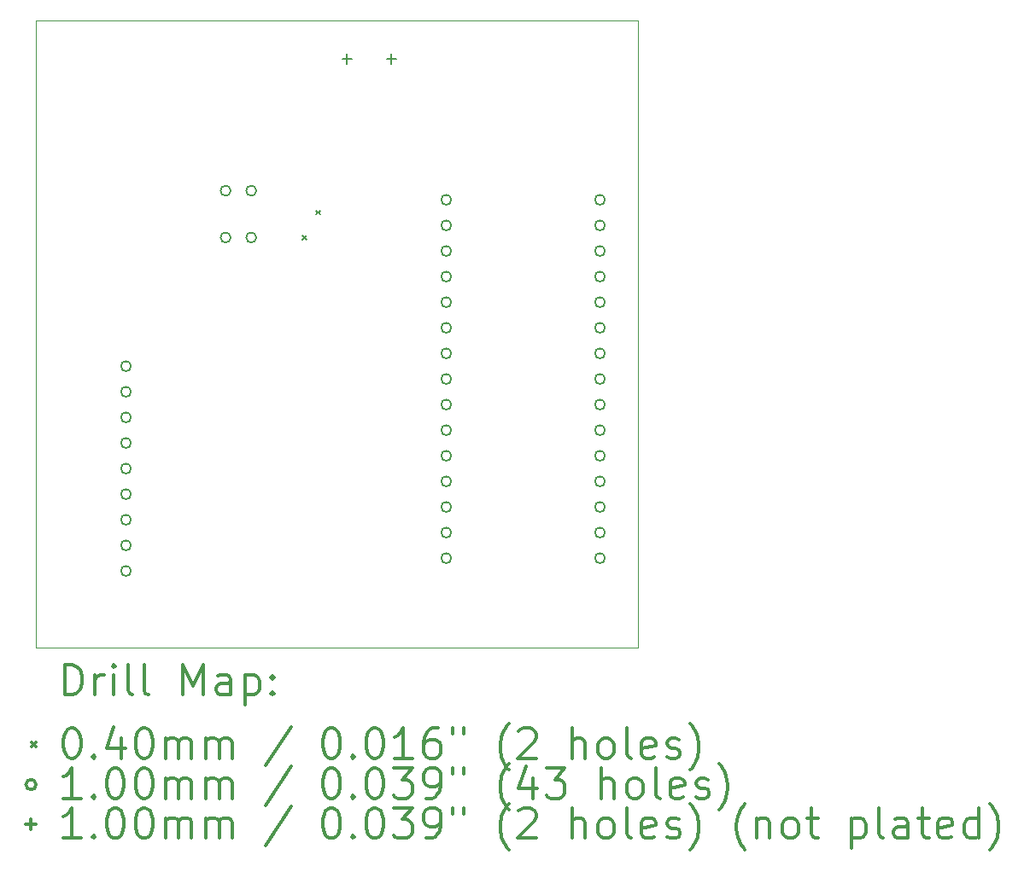
<source format=gbr>
%FSLAX45Y45*%
G04 Gerber Fmt 4.5, Leading zero omitted, Abs format (unit mm)*
G04 Created by KiCad (PCBNEW (5.1.8)-1) date 2021-06-16 10:38:19*
%MOMM*%
%LPD*%
G01*
G04 APERTURE LIST*
%TA.AperFunction,Profile*%
%ADD10C,0.050000*%
%TD*%
%ADD11C,0.200000*%
%ADD12C,0.300000*%
G04 APERTURE END LIST*
D10*
X8636000Y-7747000D02*
X8636000Y-13970000D01*
X14605000Y-7747000D02*
X8636000Y-7747000D01*
X14605000Y-13970000D02*
X14605000Y-7747000D01*
X8636000Y-13970000D02*
X14605000Y-13970000D01*
D11*
X11277000Y-9880000D02*
X11317000Y-9920000D01*
X11317000Y-9880000D02*
X11277000Y-9920000D01*
X11410000Y-9632000D02*
X11450000Y-9672000D01*
X11450000Y-9632000D02*
X11410000Y-9672000D01*
X12750000Y-9525000D02*
G75*
G03*
X12750000Y-9525000I-50000J0D01*
G01*
X12750000Y-9779000D02*
G75*
G03*
X12750000Y-9779000I-50000J0D01*
G01*
X12750000Y-10033000D02*
G75*
G03*
X12750000Y-10033000I-50000J0D01*
G01*
X12750000Y-10287000D02*
G75*
G03*
X12750000Y-10287000I-50000J0D01*
G01*
X12750000Y-10541000D02*
G75*
G03*
X12750000Y-10541000I-50000J0D01*
G01*
X12750000Y-10795000D02*
G75*
G03*
X12750000Y-10795000I-50000J0D01*
G01*
X12750000Y-11049000D02*
G75*
G03*
X12750000Y-11049000I-50000J0D01*
G01*
X12750000Y-11303000D02*
G75*
G03*
X12750000Y-11303000I-50000J0D01*
G01*
X12750000Y-11557000D02*
G75*
G03*
X12750000Y-11557000I-50000J0D01*
G01*
X12750000Y-11811000D02*
G75*
G03*
X12750000Y-11811000I-50000J0D01*
G01*
X12750000Y-12065000D02*
G75*
G03*
X12750000Y-12065000I-50000J0D01*
G01*
X12750000Y-12319000D02*
G75*
G03*
X12750000Y-12319000I-50000J0D01*
G01*
X12750000Y-12573000D02*
G75*
G03*
X12750000Y-12573000I-50000J0D01*
G01*
X12750000Y-12827000D02*
G75*
G03*
X12750000Y-12827000I-50000J0D01*
G01*
X12750000Y-13081000D02*
G75*
G03*
X12750000Y-13081000I-50000J0D01*
G01*
X14274000Y-9525000D02*
G75*
G03*
X14274000Y-9525000I-50000J0D01*
G01*
X14274000Y-9779000D02*
G75*
G03*
X14274000Y-9779000I-50000J0D01*
G01*
X14274000Y-10033000D02*
G75*
G03*
X14274000Y-10033000I-50000J0D01*
G01*
X14274000Y-10287000D02*
G75*
G03*
X14274000Y-10287000I-50000J0D01*
G01*
X14274000Y-10541000D02*
G75*
G03*
X14274000Y-10541000I-50000J0D01*
G01*
X14274000Y-10795000D02*
G75*
G03*
X14274000Y-10795000I-50000J0D01*
G01*
X14274000Y-11049000D02*
G75*
G03*
X14274000Y-11049000I-50000J0D01*
G01*
X14274000Y-11303000D02*
G75*
G03*
X14274000Y-11303000I-50000J0D01*
G01*
X14274000Y-11557000D02*
G75*
G03*
X14274000Y-11557000I-50000J0D01*
G01*
X14274000Y-11811000D02*
G75*
G03*
X14274000Y-11811000I-50000J0D01*
G01*
X14274000Y-12065000D02*
G75*
G03*
X14274000Y-12065000I-50000J0D01*
G01*
X14274000Y-12319000D02*
G75*
G03*
X14274000Y-12319000I-50000J0D01*
G01*
X14274000Y-12573000D02*
G75*
G03*
X14274000Y-12573000I-50000J0D01*
G01*
X14274000Y-12827000D02*
G75*
G03*
X14274000Y-12827000I-50000J0D01*
G01*
X14274000Y-13081000D02*
G75*
G03*
X14274000Y-13081000I-50000J0D01*
G01*
X10563000Y-9435000D02*
G75*
G03*
X10563000Y-9435000I-50000J0D01*
G01*
X10817000Y-9435000D02*
G75*
G03*
X10817000Y-9435000I-50000J0D01*
G01*
X10563000Y-9900000D02*
G75*
G03*
X10563000Y-9900000I-50000J0D01*
G01*
X10817000Y-9900000D02*
G75*
G03*
X10817000Y-9900000I-50000J0D01*
G01*
X9575000Y-11176000D02*
G75*
G03*
X9575000Y-11176000I-50000J0D01*
G01*
X9575000Y-11430000D02*
G75*
G03*
X9575000Y-11430000I-50000J0D01*
G01*
X9575000Y-11684000D02*
G75*
G03*
X9575000Y-11684000I-50000J0D01*
G01*
X9575000Y-11938000D02*
G75*
G03*
X9575000Y-11938000I-50000J0D01*
G01*
X9575000Y-12192000D02*
G75*
G03*
X9575000Y-12192000I-50000J0D01*
G01*
X9575000Y-12446000D02*
G75*
G03*
X9575000Y-12446000I-50000J0D01*
G01*
X9575000Y-12700000D02*
G75*
G03*
X9575000Y-12700000I-50000J0D01*
G01*
X9575000Y-12954000D02*
G75*
G03*
X9575000Y-12954000I-50000J0D01*
G01*
X9575000Y-13208000D02*
G75*
G03*
X9575000Y-13208000I-50000J0D01*
G01*
X11718000Y-8078000D02*
X11718000Y-8178000D01*
X11668000Y-8128000D02*
X11768000Y-8128000D01*
X12158000Y-8078000D02*
X12158000Y-8178000D01*
X12108000Y-8128000D02*
X12208000Y-8128000D01*
D12*
X8919928Y-14438214D02*
X8919928Y-14138214D01*
X8991357Y-14138214D01*
X9034214Y-14152500D01*
X9062786Y-14181071D01*
X9077071Y-14209643D01*
X9091357Y-14266786D01*
X9091357Y-14309643D01*
X9077071Y-14366786D01*
X9062786Y-14395357D01*
X9034214Y-14423929D01*
X8991357Y-14438214D01*
X8919928Y-14438214D01*
X9219928Y-14438214D02*
X9219928Y-14238214D01*
X9219928Y-14295357D02*
X9234214Y-14266786D01*
X9248500Y-14252500D01*
X9277071Y-14238214D01*
X9305643Y-14238214D01*
X9405643Y-14438214D02*
X9405643Y-14238214D01*
X9405643Y-14138214D02*
X9391357Y-14152500D01*
X9405643Y-14166786D01*
X9419928Y-14152500D01*
X9405643Y-14138214D01*
X9405643Y-14166786D01*
X9591357Y-14438214D02*
X9562786Y-14423929D01*
X9548500Y-14395357D01*
X9548500Y-14138214D01*
X9748500Y-14438214D02*
X9719928Y-14423929D01*
X9705643Y-14395357D01*
X9705643Y-14138214D01*
X10091357Y-14438214D02*
X10091357Y-14138214D01*
X10191357Y-14352500D01*
X10291357Y-14138214D01*
X10291357Y-14438214D01*
X10562786Y-14438214D02*
X10562786Y-14281071D01*
X10548500Y-14252500D01*
X10519928Y-14238214D01*
X10462786Y-14238214D01*
X10434214Y-14252500D01*
X10562786Y-14423929D02*
X10534214Y-14438214D01*
X10462786Y-14438214D01*
X10434214Y-14423929D01*
X10419928Y-14395357D01*
X10419928Y-14366786D01*
X10434214Y-14338214D01*
X10462786Y-14323929D01*
X10534214Y-14323929D01*
X10562786Y-14309643D01*
X10705643Y-14238214D02*
X10705643Y-14538214D01*
X10705643Y-14252500D02*
X10734214Y-14238214D01*
X10791357Y-14238214D01*
X10819928Y-14252500D01*
X10834214Y-14266786D01*
X10848500Y-14295357D01*
X10848500Y-14381071D01*
X10834214Y-14409643D01*
X10819928Y-14423929D01*
X10791357Y-14438214D01*
X10734214Y-14438214D01*
X10705643Y-14423929D01*
X10977071Y-14409643D02*
X10991357Y-14423929D01*
X10977071Y-14438214D01*
X10962786Y-14423929D01*
X10977071Y-14409643D01*
X10977071Y-14438214D01*
X10977071Y-14252500D02*
X10991357Y-14266786D01*
X10977071Y-14281071D01*
X10962786Y-14266786D01*
X10977071Y-14252500D01*
X10977071Y-14281071D01*
X8593500Y-14912500D02*
X8633500Y-14952500D01*
X8633500Y-14912500D02*
X8593500Y-14952500D01*
X8977071Y-14768214D02*
X9005643Y-14768214D01*
X9034214Y-14782500D01*
X9048500Y-14796786D01*
X9062786Y-14825357D01*
X9077071Y-14882500D01*
X9077071Y-14953929D01*
X9062786Y-15011071D01*
X9048500Y-15039643D01*
X9034214Y-15053929D01*
X9005643Y-15068214D01*
X8977071Y-15068214D01*
X8948500Y-15053929D01*
X8934214Y-15039643D01*
X8919928Y-15011071D01*
X8905643Y-14953929D01*
X8905643Y-14882500D01*
X8919928Y-14825357D01*
X8934214Y-14796786D01*
X8948500Y-14782500D01*
X8977071Y-14768214D01*
X9205643Y-15039643D02*
X9219928Y-15053929D01*
X9205643Y-15068214D01*
X9191357Y-15053929D01*
X9205643Y-15039643D01*
X9205643Y-15068214D01*
X9477071Y-14868214D02*
X9477071Y-15068214D01*
X9405643Y-14753929D02*
X9334214Y-14968214D01*
X9519928Y-14968214D01*
X9691357Y-14768214D02*
X9719928Y-14768214D01*
X9748500Y-14782500D01*
X9762786Y-14796786D01*
X9777071Y-14825357D01*
X9791357Y-14882500D01*
X9791357Y-14953929D01*
X9777071Y-15011071D01*
X9762786Y-15039643D01*
X9748500Y-15053929D01*
X9719928Y-15068214D01*
X9691357Y-15068214D01*
X9662786Y-15053929D01*
X9648500Y-15039643D01*
X9634214Y-15011071D01*
X9619928Y-14953929D01*
X9619928Y-14882500D01*
X9634214Y-14825357D01*
X9648500Y-14796786D01*
X9662786Y-14782500D01*
X9691357Y-14768214D01*
X9919928Y-15068214D02*
X9919928Y-14868214D01*
X9919928Y-14896786D02*
X9934214Y-14882500D01*
X9962786Y-14868214D01*
X10005643Y-14868214D01*
X10034214Y-14882500D01*
X10048500Y-14911071D01*
X10048500Y-15068214D01*
X10048500Y-14911071D02*
X10062786Y-14882500D01*
X10091357Y-14868214D01*
X10134214Y-14868214D01*
X10162786Y-14882500D01*
X10177071Y-14911071D01*
X10177071Y-15068214D01*
X10319928Y-15068214D02*
X10319928Y-14868214D01*
X10319928Y-14896786D02*
X10334214Y-14882500D01*
X10362786Y-14868214D01*
X10405643Y-14868214D01*
X10434214Y-14882500D01*
X10448500Y-14911071D01*
X10448500Y-15068214D01*
X10448500Y-14911071D02*
X10462786Y-14882500D01*
X10491357Y-14868214D01*
X10534214Y-14868214D01*
X10562786Y-14882500D01*
X10577071Y-14911071D01*
X10577071Y-15068214D01*
X11162786Y-14753929D02*
X10905643Y-15139643D01*
X11548500Y-14768214D02*
X11577071Y-14768214D01*
X11605643Y-14782500D01*
X11619928Y-14796786D01*
X11634214Y-14825357D01*
X11648500Y-14882500D01*
X11648500Y-14953929D01*
X11634214Y-15011071D01*
X11619928Y-15039643D01*
X11605643Y-15053929D01*
X11577071Y-15068214D01*
X11548500Y-15068214D01*
X11519928Y-15053929D01*
X11505643Y-15039643D01*
X11491357Y-15011071D01*
X11477071Y-14953929D01*
X11477071Y-14882500D01*
X11491357Y-14825357D01*
X11505643Y-14796786D01*
X11519928Y-14782500D01*
X11548500Y-14768214D01*
X11777071Y-15039643D02*
X11791357Y-15053929D01*
X11777071Y-15068214D01*
X11762786Y-15053929D01*
X11777071Y-15039643D01*
X11777071Y-15068214D01*
X11977071Y-14768214D02*
X12005643Y-14768214D01*
X12034214Y-14782500D01*
X12048500Y-14796786D01*
X12062786Y-14825357D01*
X12077071Y-14882500D01*
X12077071Y-14953929D01*
X12062786Y-15011071D01*
X12048500Y-15039643D01*
X12034214Y-15053929D01*
X12005643Y-15068214D01*
X11977071Y-15068214D01*
X11948500Y-15053929D01*
X11934214Y-15039643D01*
X11919928Y-15011071D01*
X11905643Y-14953929D01*
X11905643Y-14882500D01*
X11919928Y-14825357D01*
X11934214Y-14796786D01*
X11948500Y-14782500D01*
X11977071Y-14768214D01*
X12362786Y-15068214D02*
X12191357Y-15068214D01*
X12277071Y-15068214D02*
X12277071Y-14768214D01*
X12248500Y-14811071D01*
X12219928Y-14839643D01*
X12191357Y-14853929D01*
X12619928Y-14768214D02*
X12562786Y-14768214D01*
X12534214Y-14782500D01*
X12519928Y-14796786D01*
X12491357Y-14839643D01*
X12477071Y-14896786D01*
X12477071Y-15011071D01*
X12491357Y-15039643D01*
X12505643Y-15053929D01*
X12534214Y-15068214D01*
X12591357Y-15068214D01*
X12619928Y-15053929D01*
X12634214Y-15039643D01*
X12648500Y-15011071D01*
X12648500Y-14939643D01*
X12634214Y-14911071D01*
X12619928Y-14896786D01*
X12591357Y-14882500D01*
X12534214Y-14882500D01*
X12505643Y-14896786D01*
X12491357Y-14911071D01*
X12477071Y-14939643D01*
X12762786Y-14768214D02*
X12762786Y-14825357D01*
X12877071Y-14768214D02*
X12877071Y-14825357D01*
X13319928Y-15182500D02*
X13305643Y-15168214D01*
X13277071Y-15125357D01*
X13262786Y-15096786D01*
X13248500Y-15053929D01*
X13234214Y-14982500D01*
X13234214Y-14925357D01*
X13248500Y-14853929D01*
X13262786Y-14811071D01*
X13277071Y-14782500D01*
X13305643Y-14739643D01*
X13319928Y-14725357D01*
X13419928Y-14796786D02*
X13434214Y-14782500D01*
X13462786Y-14768214D01*
X13534214Y-14768214D01*
X13562786Y-14782500D01*
X13577071Y-14796786D01*
X13591357Y-14825357D01*
X13591357Y-14853929D01*
X13577071Y-14896786D01*
X13405643Y-15068214D01*
X13591357Y-15068214D01*
X13948500Y-15068214D02*
X13948500Y-14768214D01*
X14077071Y-15068214D02*
X14077071Y-14911071D01*
X14062786Y-14882500D01*
X14034214Y-14868214D01*
X13991357Y-14868214D01*
X13962786Y-14882500D01*
X13948500Y-14896786D01*
X14262786Y-15068214D02*
X14234214Y-15053929D01*
X14219928Y-15039643D01*
X14205643Y-15011071D01*
X14205643Y-14925357D01*
X14219928Y-14896786D01*
X14234214Y-14882500D01*
X14262786Y-14868214D01*
X14305643Y-14868214D01*
X14334214Y-14882500D01*
X14348500Y-14896786D01*
X14362786Y-14925357D01*
X14362786Y-15011071D01*
X14348500Y-15039643D01*
X14334214Y-15053929D01*
X14305643Y-15068214D01*
X14262786Y-15068214D01*
X14534214Y-15068214D02*
X14505643Y-15053929D01*
X14491357Y-15025357D01*
X14491357Y-14768214D01*
X14762786Y-15053929D02*
X14734214Y-15068214D01*
X14677071Y-15068214D01*
X14648500Y-15053929D01*
X14634214Y-15025357D01*
X14634214Y-14911071D01*
X14648500Y-14882500D01*
X14677071Y-14868214D01*
X14734214Y-14868214D01*
X14762786Y-14882500D01*
X14777071Y-14911071D01*
X14777071Y-14939643D01*
X14634214Y-14968214D01*
X14891357Y-15053929D02*
X14919928Y-15068214D01*
X14977071Y-15068214D01*
X15005643Y-15053929D01*
X15019928Y-15025357D01*
X15019928Y-15011071D01*
X15005643Y-14982500D01*
X14977071Y-14968214D01*
X14934214Y-14968214D01*
X14905643Y-14953929D01*
X14891357Y-14925357D01*
X14891357Y-14911071D01*
X14905643Y-14882500D01*
X14934214Y-14868214D01*
X14977071Y-14868214D01*
X15005643Y-14882500D01*
X15119928Y-15182500D02*
X15134214Y-15168214D01*
X15162786Y-15125357D01*
X15177071Y-15096786D01*
X15191357Y-15053929D01*
X15205643Y-14982500D01*
X15205643Y-14925357D01*
X15191357Y-14853929D01*
X15177071Y-14811071D01*
X15162786Y-14782500D01*
X15134214Y-14739643D01*
X15119928Y-14725357D01*
X8633500Y-15328500D02*
G75*
G03*
X8633500Y-15328500I-50000J0D01*
G01*
X9077071Y-15464214D02*
X8905643Y-15464214D01*
X8991357Y-15464214D02*
X8991357Y-15164214D01*
X8962786Y-15207071D01*
X8934214Y-15235643D01*
X8905643Y-15249929D01*
X9205643Y-15435643D02*
X9219928Y-15449929D01*
X9205643Y-15464214D01*
X9191357Y-15449929D01*
X9205643Y-15435643D01*
X9205643Y-15464214D01*
X9405643Y-15164214D02*
X9434214Y-15164214D01*
X9462786Y-15178500D01*
X9477071Y-15192786D01*
X9491357Y-15221357D01*
X9505643Y-15278500D01*
X9505643Y-15349929D01*
X9491357Y-15407071D01*
X9477071Y-15435643D01*
X9462786Y-15449929D01*
X9434214Y-15464214D01*
X9405643Y-15464214D01*
X9377071Y-15449929D01*
X9362786Y-15435643D01*
X9348500Y-15407071D01*
X9334214Y-15349929D01*
X9334214Y-15278500D01*
X9348500Y-15221357D01*
X9362786Y-15192786D01*
X9377071Y-15178500D01*
X9405643Y-15164214D01*
X9691357Y-15164214D02*
X9719928Y-15164214D01*
X9748500Y-15178500D01*
X9762786Y-15192786D01*
X9777071Y-15221357D01*
X9791357Y-15278500D01*
X9791357Y-15349929D01*
X9777071Y-15407071D01*
X9762786Y-15435643D01*
X9748500Y-15449929D01*
X9719928Y-15464214D01*
X9691357Y-15464214D01*
X9662786Y-15449929D01*
X9648500Y-15435643D01*
X9634214Y-15407071D01*
X9619928Y-15349929D01*
X9619928Y-15278500D01*
X9634214Y-15221357D01*
X9648500Y-15192786D01*
X9662786Y-15178500D01*
X9691357Y-15164214D01*
X9919928Y-15464214D02*
X9919928Y-15264214D01*
X9919928Y-15292786D02*
X9934214Y-15278500D01*
X9962786Y-15264214D01*
X10005643Y-15264214D01*
X10034214Y-15278500D01*
X10048500Y-15307071D01*
X10048500Y-15464214D01*
X10048500Y-15307071D02*
X10062786Y-15278500D01*
X10091357Y-15264214D01*
X10134214Y-15264214D01*
X10162786Y-15278500D01*
X10177071Y-15307071D01*
X10177071Y-15464214D01*
X10319928Y-15464214D02*
X10319928Y-15264214D01*
X10319928Y-15292786D02*
X10334214Y-15278500D01*
X10362786Y-15264214D01*
X10405643Y-15264214D01*
X10434214Y-15278500D01*
X10448500Y-15307071D01*
X10448500Y-15464214D01*
X10448500Y-15307071D02*
X10462786Y-15278500D01*
X10491357Y-15264214D01*
X10534214Y-15264214D01*
X10562786Y-15278500D01*
X10577071Y-15307071D01*
X10577071Y-15464214D01*
X11162786Y-15149929D02*
X10905643Y-15535643D01*
X11548500Y-15164214D02*
X11577071Y-15164214D01*
X11605643Y-15178500D01*
X11619928Y-15192786D01*
X11634214Y-15221357D01*
X11648500Y-15278500D01*
X11648500Y-15349929D01*
X11634214Y-15407071D01*
X11619928Y-15435643D01*
X11605643Y-15449929D01*
X11577071Y-15464214D01*
X11548500Y-15464214D01*
X11519928Y-15449929D01*
X11505643Y-15435643D01*
X11491357Y-15407071D01*
X11477071Y-15349929D01*
X11477071Y-15278500D01*
X11491357Y-15221357D01*
X11505643Y-15192786D01*
X11519928Y-15178500D01*
X11548500Y-15164214D01*
X11777071Y-15435643D02*
X11791357Y-15449929D01*
X11777071Y-15464214D01*
X11762786Y-15449929D01*
X11777071Y-15435643D01*
X11777071Y-15464214D01*
X11977071Y-15164214D02*
X12005643Y-15164214D01*
X12034214Y-15178500D01*
X12048500Y-15192786D01*
X12062786Y-15221357D01*
X12077071Y-15278500D01*
X12077071Y-15349929D01*
X12062786Y-15407071D01*
X12048500Y-15435643D01*
X12034214Y-15449929D01*
X12005643Y-15464214D01*
X11977071Y-15464214D01*
X11948500Y-15449929D01*
X11934214Y-15435643D01*
X11919928Y-15407071D01*
X11905643Y-15349929D01*
X11905643Y-15278500D01*
X11919928Y-15221357D01*
X11934214Y-15192786D01*
X11948500Y-15178500D01*
X11977071Y-15164214D01*
X12177071Y-15164214D02*
X12362786Y-15164214D01*
X12262786Y-15278500D01*
X12305643Y-15278500D01*
X12334214Y-15292786D01*
X12348500Y-15307071D01*
X12362786Y-15335643D01*
X12362786Y-15407071D01*
X12348500Y-15435643D01*
X12334214Y-15449929D01*
X12305643Y-15464214D01*
X12219928Y-15464214D01*
X12191357Y-15449929D01*
X12177071Y-15435643D01*
X12505643Y-15464214D02*
X12562786Y-15464214D01*
X12591357Y-15449929D01*
X12605643Y-15435643D01*
X12634214Y-15392786D01*
X12648500Y-15335643D01*
X12648500Y-15221357D01*
X12634214Y-15192786D01*
X12619928Y-15178500D01*
X12591357Y-15164214D01*
X12534214Y-15164214D01*
X12505643Y-15178500D01*
X12491357Y-15192786D01*
X12477071Y-15221357D01*
X12477071Y-15292786D01*
X12491357Y-15321357D01*
X12505643Y-15335643D01*
X12534214Y-15349929D01*
X12591357Y-15349929D01*
X12619928Y-15335643D01*
X12634214Y-15321357D01*
X12648500Y-15292786D01*
X12762786Y-15164214D02*
X12762786Y-15221357D01*
X12877071Y-15164214D02*
X12877071Y-15221357D01*
X13319928Y-15578500D02*
X13305643Y-15564214D01*
X13277071Y-15521357D01*
X13262786Y-15492786D01*
X13248500Y-15449929D01*
X13234214Y-15378500D01*
X13234214Y-15321357D01*
X13248500Y-15249929D01*
X13262786Y-15207071D01*
X13277071Y-15178500D01*
X13305643Y-15135643D01*
X13319928Y-15121357D01*
X13562786Y-15264214D02*
X13562786Y-15464214D01*
X13491357Y-15149929D02*
X13419928Y-15364214D01*
X13605643Y-15364214D01*
X13691357Y-15164214D02*
X13877071Y-15164214D01*
X13777071Y-15278500D01*
X13819928Y-15278500D01*
X13848500Y-15292786D01*
X13862786Y-15307071D01*
X13877071Y-15335643D01*
X13877071Y-15407071D01*
X13862786Y-15435643D01*
X13848500Y-15449929D01*
X13819928Y-15464214D01*
X13734214Y-15464214D01*
X13705643Y-15449929D01*
X13691357Y-15435643D01*
X14234214Y-15464214D02*
X14234214Y-15164214D01*
X14362786Y-15464214D02*
X14362786Y-15307071D01*
X14348500Y-15278500D01*
X14319928Y-15264214D01*
X14277071Y-15264214D01*
X14248500Y-15278500D01*
X14234214Y-15292786D01*
X14548500Y-15464214D02*
X14519928Y-15449929D01*
X14505643Y-15435643D01*
X14491357Y-15407071D01*
X14491357Y-15321357D01*
X14505643Y-15292786D01*
X14519928Y-15278500D01*
X14548500Y-15264214D01*
X14591357Y-15264214D01*
X14619928Y-15278500D01*
X14634214Y-15292786D01*
X14648500Y-15321357D01*
X14648500Y-15407071D01*
X14634214Y-15435643D01*
X14619928Y-15449929D01*
X14591357Y-15464214D01*
X14548500Y-15464214D01*
X14819928Y-15464214D02*
X14791357Y-15449929D01*
X14777071Y-15421357D01*
X14777071Y-15164214D01*
X15048500Y-15449929D02*
X15019928Y-15464214D01*
X14962786Y-15464214D01*
X14934214Y-15449929D01*
X14919928Y-15421357D01*
X14919928Y-15307071D01*
X14934214Y-15278500D01*
X14962786Y-15264214D01*
X15019928Y-15264214D01*
X15048500Y-15278500D01*
X15062786Y-15307071D01*
X15062786Y-15335643D01*
X14919928Y-15364214D01*
X15177071Y-15449929D02*
X15205643Y-15464214D01*
X15262786Y-15464214D01*
X15291357Y-15449929D01*
X15305643Y-15421357D01*
X15305643Y-15407071D01*
X15291357Y-15378500D01*
X15262786Y-15364214D01*
X15219928Y-15364214D01*
X15191357Y-15349929D01*
X15177071Y-15321357D01*
X15177071Y-15307071D01*
X15191357Y-15278500D01*
X15219928Y-15264214D01*
X15262786Y-15264214D01*
X15291357Y-15278500D01*
X15405643Y-15578500D02*
X15419928Y-15564214D01*
X15448500Y-15521357D01*
X15462786Y-15492786D01*
X15477071Y-15449929D01*
X15491357Y-15378500D01*
X15491357Y-15321357D01*
X15477071Y-15249929D01*
X15462786Y-15207071D01*
X15448500Y-15178500D01*
X15419928Y-15135643D01*
X15405643Y-15121357D01*
X8583500Y-15674500D02*
X8583500Y-15774500D01*
X8533500Y-15724500D02*
X8633500Y-15724500D01*
X9077071Y-15860214D02*
X8905643Y-15860214D01*
X8991357Y-15860214D02*
X8991357Y-15560214D01*
X8962786Y-15603071D01*
X8934214Y-15631643D01*
X8905643Y-15645929D01*
X9205643Y-15831643D02*
X9219928Y-15845929D01*
X9205643Y-15860214D01*
X9191357Y-15845929D01*
X9205643Y-15831643D01*
X9205643Y-15860214D01*
X9405643Y-15560214D02*
X9434214Y-15560214D01*
X9462786Y-15574500D01*
X9477071Y-15588786D01*
X9491357Y-15617357D01*
X9505643Y-15674500D01*
X9505643Y-15745929D01*
X9491357Y-15803071D01*
X9477071Y-15831643D01*
X9462786Y-15845929D01*
X9434214Y-15860214D01*
X9405643Y-15860214D01*
X9377071Y-15845929D01*
X9362786Y-15831643D01*
X9348500Y-15803071D01*
X9334214Y-15745929D01*
X9334214Y-15674500D01*
X9348500Y-15617357D01*
X9362786Y-15588786D01*
X9377071Y-15574500D01*
X9405643Y-15560214D01*
X9691357Y-15560214D02*
X9719928Y-15560214D01*
X9748500Y-15574500D01*
X9762786Y-15588786D01*
X9777071Y-15617357D01*
X9791357Y-15674500D01*
X9791357Y-15745929D01*
X9777071Y-15803071D01*
X9762786Y-15831643D01*
X9748500Y-15845929D01*
X9719928Y-15860214D01*
X9691357Y-15860214D01*
X9662786Y-15845929D01*
X9648500Y-15831643D01*
X9634214Y-15803071D01*
X9619928Y-15745929D01*
X9619928Y-15674500D01*
X9634214Y-15617357D01*
X9648500Y-15588786D01*
X9662786Y-15574500D01*
X9691357Y-15560214D01*
X9919928Y-15860214D02*
X9919928Y-15660214D01*
X9919928Y-15688786D02*
X9934214Y-15674500D01*
X9962786Y-15660214D01*
X10005643Y-15660214D01*
X10034214Y-15674500D01*
X10048500Y-15703071D01*
X10048500Y-15860214D01*
X10048500Y-15703071D02*
X10062786Y-15674500D01*
X10091357Y-15660214D01*
X10134214Y-15660214D01*
X10162786Y-15674500D01*
X10177071Y-15703071D01*
X10177071Y-15860214D01*
X10319928Y-15860214D02*
X10319928Y-15660214D01*
X10319928Y-15688786D02*
X10334214Y-15674500D01*
X10362786Y-15660214D01*
X10405643Y-15660214D01*
X10434214Y-15674500D01*
X10448500Y-15703071D01*
X10448500Y-15860214D01*
X10448500Y-15703071D02*
X10462786Y-15674500D01*
X10491357Y-15660214D01*
X10534214Y-15660214D01*
X10562786Y-15674500D01*
X10577071Y-15703071D01*
X10577071Y-15860214D01*
X11162786Y-15545929D02*
X10905643Y-15931643D01*
X11548500Y-15560214D02*
X11577071Y-15560214D01*
X11605643Y-15574500D01*
X11619928Y-15588786D01*
X11634214Y-15617357D01*
X11648500Y-15674500D01*
X11648500Y-15745929D01*
X11634214Y-15803071D01*
X11619928Y-15831643D01*
X11605643Y-15845929D01*
X11577071Y-15860214D01*
X11548500Y-15860214D01*
X11519928Y-15845929D01*
X11505643Y-15831643D01*
X11491357Y-15803071D01*
X11477071Y-15745929D01*
X11477071Y-15674500D01*
X11491357Y-15617357D01*
X11505643Y-15588786D01*
X11519928Y-15574500D01*
X11548500Y-15560214D01*
X11777071Y-15831643D02*
X11791357Y-15845929D01*
X11777071Y-15860214D01*
X11762786Y-15845929D01*
X11777071Y-15831643D01*
X11777071Y-15860214D01*
X11977071Y-15560214D02*
X12005643Y-15560214D01*
X12034214Y-15574500D01*
X12048500Y-15588786D01*
X12062786Y-15617357D01*
X12077071Y-15674500D01*
X12077071Y-15745929D01*
X12062786Y-15803071D01*
X12048500Y-15831643D01*
X12034214Y-15845929D01*
X12005643Y-15860214D01*
X11977071Y-15860214D01*
X11948500Y-15845929D01*
X11934214Y-15831643D01*
X11919928Y-15803071D01*
X11905643Y-15745929D01*
X11905643Y-15674500D01*
X11919928Y-15617357D01*
X11934214Y-15588786D01*
X11948500Y-15574500D01*
X11977071Y-15560214D01*
X12177071Y-15560214D02*
X12362786Y-15560214D01*
X12262786Y-15674500D01*
X12305643Y-15674500D01*
X12334214Y-15688786D01*
X12348500Y-15703071D01*
X12362786Y-15731643D01*
X12362786Y-15803071D01*
X12348500Y-15831643D01*
X12334214Y-15845929D01*
X12305643Y-15860214D01*
X12219928Y-15860214D01*
X12191357Y-15845929D01*
X12177071Y-15831643D01*
X12505643Y-15860214D02*
X12562786Y-15860214D01*
X12591357Y-15845929D01*
X12605643Y-15831643D01*
X12634214Y-15788786D01*
X12648500Y-15731643D01*
X12648500Y-15617357D01*
X12634214Y-15588786D01*
X12619928Y-15574500D01*
X12591357Y-15560214D01*
X12534214Y-15560214D01*
X12505643Y-15574500D01*
X12491357Y-15588786D01*
X12477071Y-15617357D01*
X12477071Y-15688786D01*
X12491357Y-15717357D01*
X12505643Y-15731643D01*
X12534214Y-15745929D01*
X12591357Y-15745929D01*
X12619928Y-15731643D01*
X12634214Y-15717357D01*
X12648500Y-15688786D01*
X12762786Y-15560214D02*
X12762786Y-15617357D01*
X12877071Y-15560214D02*
X12877071Y-15617357D01*
X13319928Y-15974500D02*
X13305643Y-15960214D01*
X13277071Y-15917357D01*
X13262786Y-15888786D01*
X13248500Y-15845929D01*
X13234214Y-15774500D01*
X13234214Y-15717357D01*
X13248500Y-15645929D01*
X13262786Y-15603071D01*
X13277071Y-15574500D01*
X13305643Y-15531643D01*
X13319928Y-15517357D01*
X13419928Y-15588786D02*
X13434214Y-15574500D01*
X13462786Y-15560214D01*
X13534214Y-15560214D01*
X13562786Y-15574500D01*
X13577071Y-15588786D01*
X13591357Y-15617357D01*
X13591357Y-15645929D01*
X13577071Y-15688786D01*
X13405643Y-15860214D01*
X13591357Y-15860214D01*
X13948500Y-15860214D02*
X13948500Y-15560214D01*
X14077071Y-15860214D02*
X14077071Y-15703071D01*
X14062786Y-15674500D01*
X14034214Y-15660214D01*
X13991357Y-15660214D01*
X13962786Y-15674500D01*
X13948500Y-15688786D01*
X14262786Y-15860214D02*
X14234214Y-15845929D01*
X14219928Y-15831643D01*
X14205643Y-15803071D01*
X14205643Y-15717357D01*
X14219928Y-15688786D01*
X14234214Y-15674500D01*
X14262786Y-15660214D01*
X14305643Y-15660214D01*
X14334214Y-15674500D01*
X14348500Y-15688786D01*
X14362786Y-15717357D01*
X14362786Y-15803071D01*
X14348500Y-15831643D01*
X14334214Y-15845929D01*
X14305643Y-15860214D01*
X14262786Y-15860214D01*
X14534214Y-15860214D02*
X14505643Y-15845929D01*
X14491357Y-15817357D01*
X14491357Y-15560214D01*
X14762786Y-15845929D02*
X14734214Y-15860214D01*
X14677071Y-15860214D01*
X14648500Y-15845929D01*
X14634214Y-15817357D01*
X14634214Y-15703071D01*
X14648500Y-15674500D01*
X14677071Y-15660214D01*
X14734214Y-15660214D01*
X14762786Y-15674500D01*
X14777071Y-15703071D01*
X14777071Y-15731643D01*
X14634214Y-15760214D01*
X14891357Y-15845929D02*
X14919928Y-15860214D01*
X14977071Y-15860214D01*
X15005643Y-15845929D01*
X15019928Y-15817357D01*
X15019928Y-15803071D01*
X15005643Y-15774500D01*
X14977071Y-15760214D01*
X14934214Y-15760214D01*
X14905643Y-15745929D01*
X14891357Y-15717357D01*
X14891357Y-15703071D01*
X14905643Y-15674500D01*
X14934214Y-15660214D01*
X14977071Y-15660214D01*
X15005643Y-15674500D01*
X15119928Y-15974500D02*
X15134214Y-15960214D01*
X15162786Y-15917357D01*
X15177071Y-15888786D01*
X15191357Y-15845929D01*
X15205643Y-15774500D01*
X15205643Y-15717357D01*
X15191357Y-15645929D01*
X15177071Y-15603071D01*
X15162786Y-15574500D01*
X15134214Y-15531643D01*
X15119928Y-15517357D01*
X15662786Y-15974500D02*
X15648500Y-15960214D01*
X15619928Y-15917357D01*
X15605643Y-15888786D01*
X15591357Y-15845929D01*
X15577071Y-15774500D01*
X15577071Y-15717357D01*
X15591357Y-15645929D01*
X15605643Y-15603071D01*
X15619928Y-15574500D01*
X15648500Y-15531643D01*
X15662786Y-15517357D01*
X15777071Y-15660214D02*
X15777071Y-15860214D01*
X15777071Y-15688786D02*
X15791357Y-15674500D01*
X15819928Y-15660214D01*
X15862786Y-15660214D01*
X15891357Y-15674500D01*
X15905643Y-15703071D01*
X15905643Y-15860214D01*
X16091357Y-15860214D02*
X16062786Y-15845929D01*
X16048500Y-15831643D01*
X16034214Y-15803071D01*
X16034214Y-15717357D01*
X16048500Y-15688786D01*
X16062786Y-15674500D01*
X16091357Y-15660214D01*
X16134214Y-15660214D01*
X16162786Y-15674500D01*
X16177071Y-15688786D01*
X16191357Y-15717357D01*
X16191357Y-15803071D01*
X16177071Y-15831643D01*
X16162786Y-15845929D01*
X16134214Y-15860214D01*
X16091357Y-15860214D01*
X16277071Y-15660214D02*
X16391357Y-15660214D01*
X16319928Y-15560214D02*
X16319928Y-15817357D01*
X16334214Y-15845929D01*
X16362786Y-15860214D01*
X16391357Y-15860214D01*
X16719928Y-15660214D02*
X16719928Y-15960214D01*
X16719928Y-15674500D02*
X16748500Y-15660214D01*
X16805643Y-15660214D01*
X16834214Y-15674500D01*
X16848500Y-15688786D01*
X16862786Y-15717357D01*
X16862786Y-15803071D01*
X16848500Y-15831643D01*
X16834214Y-15845929D01*
X16805643Y-15860214D01*
X16748500Y-15860214D01*
X16719928Y-15845929D01*
X17034214Y-15860214D02*
X17005643Y-15845929D01*
X16991357Y-15817357D01*
X16991357Y-15560214D01*
X17277071Y-15860214D02*
X17277071Y-15703071D01*
X17262786Y-15674500D01*
X17234214Y-15660214D01*
X17177071Y-15660214D01*
X17148500Y-15674500D01*
X17277071Y-15845929D02*
X17248500Y-15860214D01*
X17177071Y-15860214D01*
X17148500Y-15845929D01*
X17134214Y-15817357D01*
X17134214Y-15788786D01*
X17148500Y-15760214D01*
X17177071Y-15745929D01*
X17248500Y-15745929D01*
X17277071Y-15731643D01*
X17377071Y-15660214D02*
X17491357Y-15660214D01*
X17419928Y-15560214D02*
X17419928Y-15817357D01*
X17434214Y-15845929D01*
X17462786Y-15860214D01*
X17491357Y-15860214D01*
X17705643Y-15845929D02*
X17677071Y-15860214D01*
X17619928Y-15860214D01*
X17591357Y-15845929D01*
X17577071Y-15817357D01*
X17577071Y-15703071D01*
X17591357Y-15674500D01*
X17619928Y-15660214D01*
X17677071Y-15660214D01*
X17705643Y-15674500D01*
X17719928Y-15703071D01*
X17719928Y-15731643D01*
X17577071Y-15760214D01*
X17977071Y-15860214D02*
X17977071Y-15560214D01*
X17977071Y-15845929D02*
X17948500Y-15860214D01*
X17891357Y-15860214D01*
X17862786Y-15845929D01*
X17848500Y-15831643D01*
X17834214Y-15803071D01*
X17834214Y-15717357D01*
X17848500Y-15688786D01*
X17862786Y-15674500D01*
X17891357Y-15660214D01*
X17948500Y-15660214D01*
X17977071Y-15674500D01*
X18091357Y-15974500D02*
X18105643Y-15960214D01*
X18134214Y-15917357D01*
X18148500Y-15888786D01*
X18162786Y-15845929D01*
X18177071Y-15774500D01*
X18177071Y-15717357D01*
X18162786Y-15645929D01*
X18148500Y-15603071D01*
X18134214Y-15574500D01*
X18105643Y-15531643D01*
X18091357Y-15517357D01*
M02*

</source>
